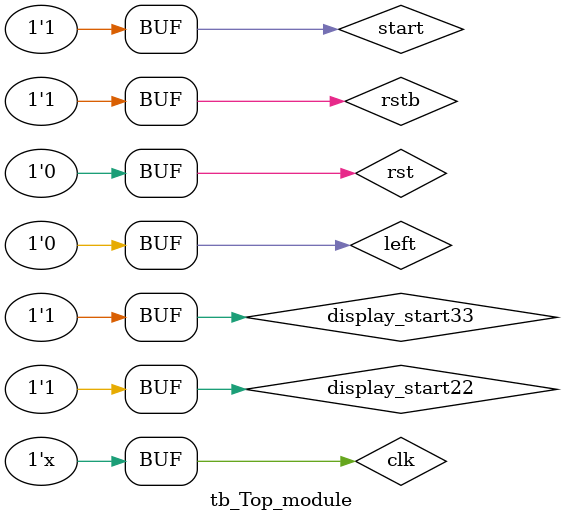
<source format=v>
`timescale 1ns/1ps

module tb_Top_module;

    // Inputs
    reg clk;
    reg rst;
    reg rstb;
    reg start;
    reg left; // not used (default --> 0)
    reg display_start22;
    reg display_start33;

    // Outputs
    wire [7:0] digit;
    wire [6:0] seg_data;

    Top_module DUT (
        // Inputs
        .clk(clk),
        .rst(rst),
        .rstb(rstb),
        .start(start),
        .left(left),
        .display_start22(display_start22),
        .display_start33(display_start33),

        // Outputs
        .digit(digit),
        .seg_data(seg_data)

    );

    initial begin
        // Reset
        clk = 0;
        rst = 1;
        rstb = 0;
        start = 0;
        left = 0;
        display_start22 = 0;
        display_start33 = 0;


        #10;
        rst = 0;
        rstb = 1;



        #40 start = 1'b1;

        #1000 display_start22 = 1'b1;
        #1000 display_start33 = 1'b1;


    end

    always #10 clk = ~clk;

endmodule
</source>
